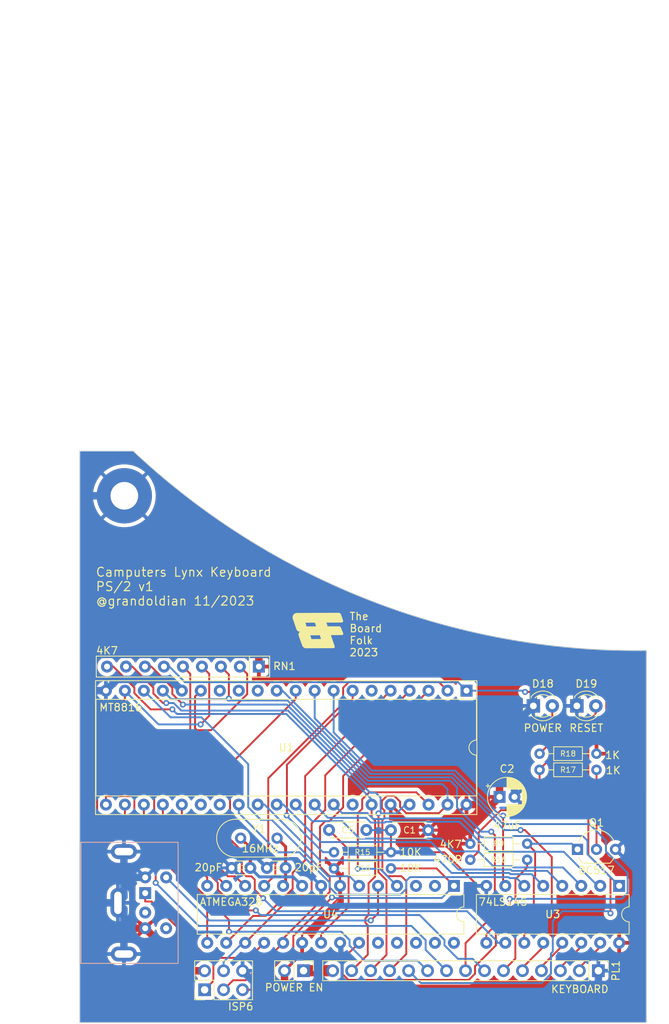
<source format=kicad_pcb>
(kicad_pcb (version 20221018) (generator pcbnew)
  (layers (0 "F.Cu" signal) (31 "B.Cu" signal) (34 "B.Paste" user) (35 "F.Paste" user) (36 "B.SilkS" user "B.Silkscreen") (37 "F.SilkS" user "F.Silkscreen") (38 "B.Mask" user) (39 "F.Mask" user) (44 "Edge.Cuts" user))
  (net 0 "")
  (net 1 "GND")
  (net 2 "+5V")
  (net 3 "Net-(D18-A)")
  (net 4 "Net-(D19-A)")
  (net 5 "Net-(J1-Pin_1)")
  (net 6 "Net-(U4-PB6)")
  (net 8 "PS2-CLK")
  (net 10 "/KBA0")
  (net 11 "/KBA1")
  (net 12 "/KBA2")
  (net 13 "/KBA3")
  (net 14 "!RST")
  (net 15 "ROW7")
  (net 16 "ROW6")
  (net 17 "ROW5")
  (net 18 "ROW4")
  (net 19 "ROW3")
  (net 20 "ROW2")
  (net 21 "ROW1")
  (net 22 "ROW0")
  (net 23 "Net-(Q1-B)")
  (net 24 "FLOAT")
  (net 25 "BREAK")
  (net 26 "AY2")
  (net 27 "Net-(U4-PB7)")
  (net 28 "Net-(U4-AREF)")
  (net 29 "AX0")
  (net 30 "COL14")
  (net 31 "COL6")
  (net 32 "COL7")
  (net 33 "COL8")
  (net 34 "COL9")
  (net 35 "COL10")
  (net 36 "COL11")
  (net 38 "ADMISO")
  (net 39 "AX1")
  (net 40 "AX2")
  (net 41 "AY0")
  (net 42 "AY1")
  (net 43 "COL13")
  (net 44 "COL12")
  (net 45 "COL5")
  (net 46 "COL4")
  (net 47 "COL3")
  (net 48 "COL2")
  (net 49 "COL1")
  (net 50 "COL0")
  (net 52 "ADSCK")
  (net 53 "ADMOSI")
  (net 54 "ADRESET")
  (net 55 "MTSTROBE")
  (net 56 "MTDATA")
  (net 57 "/AD0")
  (net 58 "/AD1")
  (net 59 "/AA1")
  (net 60 "/AA2")
  (net 61 "/AA3")
  (net 62 "/AA4")
  (net 63 "/AA5")
  (footprint "Capacitor_THT:C_Disc_D3.0mm_W1.6mm_P2.50mm" (layer "F.Cu") (at 62.66 102.3 180)
    (fp_text reference "C4" hide)
    (fp_text value "20pF")
  )
  (footprint "Resistor_THT:R_Axial_DIN0204_L3.6mm_D1.6mm_P7.62mm_Horizontal" (layer "F.Cu") (at 104.27 89.18 180)
    (fp_text reference "R17" hide)
    (fp_text value "1K")
  )
  (footprint "Connector_PinHeader_2.54mm:PinHeader_2x03_P2.54mm_Vertical" (layer "F.Cu") (at 51.82 118.6 90)
    (fp_text reference "J800" hide)
    (fp_text value "ISP6")
  )
  (footprint "Capacitor_THT:C_Disc_D4.3mm_W1.9mm_P5.00mm" (layer "F.Cu") (at 76.75 97.25)
    (fp_text reference "C1" hide)
    (fp_text value "47nF" hide)
  )
  (footprint "Resistor_THT:R_Axial_DIN0204_L3.6mm_D1.6mm_P7.62mm_Horizontal" (layer "F.Cu") (at 69.14 102.37)
    (fp_text reference "R10" hide)
    (fp_text value "10K")
  )
  (footprint "MountingHole:MountingHole_3.7mm_Pad" (layer "F.Cu") (at 41.075 52.525)
    (fp_text reference "H1" hide)
    (fp_text value "Hole" hide)
  )
  (footprint "LED_THT:LED_D3.0mm" (layer "F.Cu") (at 95.815 80.63)
    (fp_text reference "D18")
    (fp_text value "POWER")
  )
  (footprint "Package_TO_SOT_THT:TO-92_Inline_Wide" (layer "F.Cu") (at 101.727 99.822)
    (fp_text reference "Q1")
    (fp_text value "BC517")
  )
  (footprint "Resistor_THT:R_Axial_DIN0204_L3.6mm_D1.6mm_P7.62mm_Horizontal" (layer "F.Cu") (at 94.994 99.064 180)
    (fp_text reference "R9" hide)
    (fp_text value "4K7")
  )
  (footprint "LED_THT:LED_D3.0mm" (layer "F.Cu") (at 101.64 80.63)
    (fp_text reference "D19")
    (fp_text value "RESET")
  )
  (footprint "Connector_PinHeader_2.54mm:PinHeader_1x02_P2.54mm_Vertical" (layer "F.Cu") (at 65.055 116.05 -90)
    (fp_text reference "J1" hide)
    (fp_text value "POWER EN")
  )
  (footprint "Resistor_THT:R_Axial_DIN0204_L3.6mm_D1.6mm_P7.62mm_Horizontal" (layer "F.Cu") (at 69.14 100.2)
    (fp_text reference "R15" hide)
    (fp_text value "10K")
  )
  (footprint "Resistor_THT:R_Axial_DIN0204_L3.6mm_D1.6mm_P7.62mm_Horizontal" (layer "F.Cu") (at 87.374 101.214)
    (fp_text reference "R16" hide)
    (fp_text value "470R")
  )
  (footprint "Resistor_THT:R_Array_SIP9" (layer "F.Cu") (at 59.08 75.37 180)
    (fp_text reference "RN1")
    (fp_text value "4K7")
  )
  (footprint "Capacitor_THT:CP_Radial_D5.0mm_P2.00mm" (layer "F.Cu") (at 91.29 92.8)
    (fp_text reference "C2")
    (fp_text value "47uF")
  )
  (footprint "Package_DIP:DIP-16_W7.62mm" (layer "F.Cu") (at 107.305 104.7 -90)
    (fp_text reference "U3" hide)
    (fp_text value "74LS145")
  )
  (footprint "Package_DIP:DIP-28_W7.62mm" (layer "F.Cu") (at 85.19 104.7 -90)
    (fp_text reference "U4" hide)
    (fp_text value "ATMEGA328")
  )
  (footprint "Arduino:BF8" (layer "F.Cu") (at 67.053 70.614)
    (fp_text reference "G1" hide)
    (fp_text value "Board Folk Logo" hide)
  )
  (footprint "Capacitor_THT:C_Disc_D4.3mm_W1.9mm_P5.00mm" (layer "F.Cu") (at 68.47 97.23)
    (fp_text reference "C5" hide)
    (fp_text value "100nF" hide)
  )
  (footprint "Connector_PinHeader_2.54mm:PinHeader_1x15_P2.54mm_Vertical" (layer "F.Cu") (at 104.521 116.05 -90)
    (fp_text reference "PL1")
    (fp_text value "KEYBOARD")
  )
  (footprint "Capacitor_THT:C_Disc_D3.0mm_W1.6mm_P2.50mm" (layer "F.Cu") (at 57.94 102.3 180)
    (fp_text reference "C3" hide)
    (fp_text value "20pF")
  )
  (footprint "Crystal:Crystal_HC49-U_Vertical" (layer "F.Cu") (at 56.64 98.32)
    (fp_text reference "Y1" hide)
    (fp_text value "16MHz")
  )
  (footprint "Resistor_THT:R_Axial_DIN0204_L3.6mm_D1.6mm_P7.62mm_Horizontal" (layer "F.Cu") (at 96.65 87.02)
    (fp_text reference "R18" hide)
    (fp_text value "1K")
  )
  (footprint "Package_DIP:DIP-40_W15.24mm_Socket" (layer "F.Cu") (at 86.87 78.59 -90)
    (fp_text reference "U1" hide)
    (fp_text value "MT8816")
  )
  (footprint "Arduino:Connector_Mini-DIN_Female_6Pin_2rows" (layer "B.Cu") (at 43.87 105.67 90)
    (fp_text reference "J3" hide)
    (fp_text value "PS/2" hide)
  )
  (gr_line (start 35.1028 122.9868) (end 110.9472 122.9868) (stroke (width 0.1)) (layer "Edge.Cuts"))
  (gr_line (start 35.1028 46.530591) (end 35.1028 122.9868) (stroke (width 0.1)) (layer "Edge.Cuts"))
  (gr_arc (start 110.95 73.215422) (mid 74.02088 66.531526) (end 42.265637 46.530552) (stroke (width 0.1)) (layer "Edge.Cuts"))
  (gr_line (start 42.2656 46.530591) (end 35.1028 46.530591) (stroke (width 0.1)) (layer "Edge.Cuts"))
  (gr_line (start 110.9472 122.9868) (end 110.95 73.215422) (stroke (width 0.1)) (layer "Edge.Cuts"))
  (gr_text "Camputers Lynx Keyboard\nPS/2 v1\n@grandoldian 11/2023" (at 37.18 67.3) (layer "F.SilkS") (effects (font (size 1.2 1.2)) (justify left bottom)))
  (gr_text "The\nBoard\nFolk\n2023" (at 71.13 74.07) (layer "F.SilkS") (effects (font (size 1 1)) (justify left bottom)))
  (segment (start 83.8999 100.2) (end 88.3999 104.7) (width 0.25) (layer "F.Cu") (net 1))
  (segment (start 76.76 100.2) (end 83.8999 100.2) (width 0.25) (layer "F.Cu") (net 1))
  (segment (start 76.76 97.26) (end 76.76 100.2) (width 0.25) (layer "F.Cu") (net 1))
  (segment (start 76.75 97.25) (end 76.76 97.26) (width 0.25) (layer "F.Cu") (net 1))
  (segment (start 89.525 104.7) (end 88.3999 104.7) (width 0.25) (layer "F.Cu") (net 1))
  (segment (start 35.7528 73.73) (end 35.6028 73.88) (width 1) (layer "B.Cu") (net 1))
  (segment (start 101.64 80.63) (end 101.64 73.7754) (width 1) (layer "B.Cu") (net 1))
  (segment (start 67.41 106.24) (end 68.74 107.57) (width 0.4) (layer "B.Cu") (net 1))
  (segment (start 67.41 104.7) (end 67.41 106.24) (width 0.4) (layer "B.Cu") (net 1))
  (segment (start 40.22 106.97) (end 35.6028 106.97) (width 1) (layer "B.Cu") (net 1))
  (segment (start 93.29 83.155) (end 95.815 80.63) (width 1) (layer "B.Cu") (net 1))
  (segment (start 76.75 97.25) (end 73.49 97.25) (width 0.25) (layer "B.Cu") (net 1))
  (segment (start 63.81 101.1) (end 67.41 104.7) (width 0.4) (layer "B.Cu") (net 1))
  (segment (start 35.6028 78.3572) (end 35.8356 78.59) (width 1) (layer "B.Cu") (net 1))
  (segment (start 41.02 107.77) (end 40.22 106.97) (width 1) (layer "B.Cu") (net 1))
  (segment (start 35.6028 78.3572) (end 35.6028 106.97) (width 1) (layer "B.Cu") (net 1))
  (segment (start 35.6028 106.97) (end 35.6028 122.2728) (width 1) (layer "B.Cu") (net 1))
  (segment (start 41.02 106.17) (end 40.22 106.97) (width 1) (layer "B.Cu") (net 1))
  (segment (start 89.55 107.57) (end 89.525 107.545) (width 0.4) (layer "B.Cu") (net 1))
  (segment (start 40.11 77.09) (end 38.61 78.59) (width 1) (layer "B.Cu") (net 1))
  (segment (start 35.8356 78.59) (end 38.61 78.59) (width 1) (layer "B.Cu") (net 1))
  (segment (start 58.96 101.1) (end 60.16 102.3) (width 0.4) (layer "B.Cu") (net 1))
  (segment (start 35.6028 73.88) (end 35.6028 74.64) (width 1) (layer "B.Cu") (net 1))
  (segment (start 70.211 112.581) (end 70.211 122.358) (width 0.4) (layer "B.Cu") (net 1))
  (segment (start 47.27 77.09) (end 40.11 77.09) (width 1) (layer "B.Cu") (net 1))
  (segment (start 45.14 102.3) (end 43.87 103.57) (width 0.4) (layer "B.Cu") (net 1))
  (segment (start 35.6028 74.64) (end 35.6028 78.3572) (width 1) (layer "B.Cu") (net 1))
  (segment (start 61.36 101.1) (end 63.81 101.1) (width 0.4) (layer "B.Cu") (net 1))
  (segment (start 89.55 107.57) (end 110.448 107.57) (width 0.4) (layer "B.Cu") (net 1))
  (segment (start 48.77 78.59) (end 47.27 77.09) (width 1) (layer "B.Cu") (net 1))
  (segment (start 95.815 80.63) (end 95.815 73.8204) (width 1) (layer "B.Cu") (net 1))
  (segment (start 101.68 73.7354) (end 95.9 73.7354) (width 1) (layer "B.Cu") (net 1))
  (segment (start 43.87 103.57) (end 41.09 103.57) (width 1) (layer "B.Cu") (net 1))
  (segment (start 56.9 116.06) (end 58.45 117.61) (width 1) (layer "B.Cu") (net 1))
  (segment (start 41.075 52.525) (end 35.7278 52.525) (width 1) (layer "B.Cu") (net 1))
  (segment (start 108.5046 73.7354) (end 101.68 73.7354) (width 1) (layer "B.Cu") (net 1))
  (segment (start 35.7582 73.7354) (end 35.7528 73.73) (width 1) (layer "B.Cu") (net 1))
  (segment (start 89.525 107.545) (end 89.525 104.7) (width 0.4) (layer "B.Cu") (net 1))
  (segment (start 35.6028 106.97) (end 35.6028 107.22) (width 1) (layer "B.Cu") (net 1))
  (segment (start 56.64 101.1) (end 58.96 101.1) (width 0.4) (layer "B.Cu") (net 1))
  (segment (start 60.16 102.3) (end 61.36 101.1) (width 0.4) (layer "B.Cu") (net 1))
  (segment (start 41.09 103.57) (end 41.02 103.5) (width 1) (layer "B.Cu") (net 1))
  (segment (start 55.44 102.3) (end 45.14 102.3) (width 0.4) (layer "B.Cu") (net 1))
  (segment (start 41.02 113.82) (end 41.02 107.77) (width 1) (layer "B.Cu") (net 1))
  (segment (start 41.02 103.5) (end 41.02 106.17) (width 1) (layer "B.Cu") (net 1))
  (segment (start 55.44 102.3) (end 56.64 101.1) (width 0.4) (layer "B.Cu") (net 1))
  (segment (start 41.02 100.12) (end 41.02 103.5) (width 1) (layer "B.Cu") (net 1))
  (segment (start 93.29 92.8) (end 93.29 83.155) (width 1) (layer "B.Cu") (net 1))
  (segment (start 104.521 116.05) (end 104.521 122.438) (width 1) (layer "B.Cu") (net 1))
  (segment (start 69.95 112.32) (end 70.211 112.581) (width 0.4) (layer "B.Cu") (net 1))
  (segment (start 35.6028 52.65) (end 35.6028 73.88) (width 1) (layer "B.Cu") (net 1))
  (segment (start 35.6028 73.88) (end 35.6028 74.64) (width 1) (layer "B.Cu") (net 1))
  (segment (start 101.64 73.7754) (end 101.68 73.7354) (width 1) (layer "B.Cu") (net 1))
  (segment (start 95.9 73.7354) (end 35.7582 73.7354) (width 1) (layer "B.Cu") (net 1))
  (segment (start 58.45 117.61) (end 58.45 121.54) (width 1) (layer "B.Cu") (net 1))
  (segment (start 73.49 97.25) (end 73.47 97.23) (width 0.25) (layer "B.Cu") (net 1))
  (segment (start 95.815 73.8204) (end 95.9 73.7354) (width 1) (layer "B.Cu") (net 1))
  (segment (start 35.7278 52.525) (end 35.6028 52.65) (width 1) (layer "B.Cu") (net 1))
  (segment (start 68.74 107.57) (end 89.55 107.57) (width 0.4) (layer "B.Cu") (net 1))
  (segment (start 84.5 96.2) (end 86.87 93.83) (width 0.4) (layer "F.Cu") (net 2))
  (segment (start 59.08 73.7262) (end 35.6028 73.7262) (width 1) (layer "F.Cu") (net 2))
  (segment (start 80.13 97.25) (end 76.71 93.83) (width 0.4) (layer "F.Cu") (net 2))
  (segment (start 90.26 93.83) (end 91.29 92.8) (width 1) (layer "F.Cu") (net 2))
  (segment (start 81.75 97.25) (end 80.13 97.25) (width 0.4) (layer "F.Cu") (net 2))
  (segment (start 35.6028 110.35) (end 35.6028 122.3028) (width 1) (layer "F.Cu") (net 2))
  (segment (start 91.29 92.8) (end 91.29 73.7262) (width 1) (layer "F.Cu") (net 2))
  (segment (start 51.82 116.06) (end 49.56 116.06) (width 1) (layer "F.Cu") (net 2))
  (segment (start 108.0262 73.7262) (end 91.29 73.7262) (width 1) (layer "F.Cu") (net 2))
  (segment (start 43.87 110.37) (end 35.6228 110.37) (width 1) (layer "F.Cu") (net 2))
  (segment (start 84.51 96.2) (end 84.5 96.2) (width 0.4) (layer "F.Cu") (net 2))
  (segment (start 83.45 97.25) (end 84.5 96.2) (width 0.4) (layer "F.Cu") (net 2))
  (segment (start 64.87 112.32) (end 64.87 111.1949) (width 0.25) (layer "F.Cu") (net 2))
  (segment (start 69.95 106.1789) (end 69.95 104.7) (width 0.25) (layer "F.Cu") (net 2))
  (segment (start 64.87 113.695) (end 62.515 116.05) (width 0.4) (layer "F.Cu") (net 2))
  (segment (start 35.6228 110.37) (end 35.6028 110.35) (width 1) (layer "F.Cu") (net 2))
  (segment (start 69.95 103.5749) (end 69.14 102.7649) (width 0.25) (layer "F.Cu") (net 2))
  (segment (start 62.515 121.685) (end 62.515 116.05) (width 1) (layer "F.Cu") (net 2))
  (segment (start 64.87 111.1949) (end 64.934 111.1949) (width 0.25) (layer "F.Cu") (net 2))
  (segment (start 64.87 112.32) (end 64.87 113.695) (width 0.4) (layer "F.Cu") (net 2))
  (segment (start 49.56 116.06) (end 43.87 110.37) (width 1) (layer "F.Cu") (net 2))
  (segment (start 59.08 75.37) (end 59.08 73.7262) (width 1) (layer "F.Cu") (net 2))
  (segment (start 87.374 99.064) (end 84.51 96.2) (width 0.4) (layer "F.Cu") (net 2))
  (segment (start 86.87 93.83) (end 90.26 93.83) (width 1) (layer "F.Cu") (net 2))
  (segment (start 81.75 97.25) (end 83.45 97.25) (width 0.4) (layer "F.Cu") (net 2))
  (segment (start 69.95 104.7) (end 69.95 103.5749) (width 0.25) (layer "F.Cu") (net 2))
  (segment (start 64.934 111.1949) (end 69.95 106.1789) (width 0.25) (layer "F.Cu") (net 2))
  (segment (start 69.14 102.7649) (end 69.14 102.37) (width 0.25) (layer "F.Cu") (net 2))
  (segment (start 35.6028 73.7262) (end 35.6028 110.35) (width 1) (layer "F.Cu") (net 2))
  (segment (start 91.29 73.7262) (end 59.08 73.7262) (width 1) (layer "F.Cu") (net 2))
  (segment (start 98.355 80.63) (end 98.355 85.315) (width 0.25) (layer "F.Cu") (net 3))
  (segment (start 98.355 85.315) (end 96.65 87.02) (width 0.25) (layer "F.Cu") (net 3))
  (segment (start 91.47 94.5845) (end 88.4987 97.5558) (width 0.25) (layer "F.Cu") (net 4))
  (segment (start 104.18 80.63) (end 104.18 81.59) (width 0.25) (layer "F.Cu") (net 4))
  (segment (start 93.1001 94.5845) (end 91.47 94.5845) (width 0.25) (layer "F.Cu") (net 4))
  (segment (start 96.65 91.0346) (end 93.1001 94.5845) (width 0.25) (layer "F.Cu") (net 4))
  (segment (start 96.65 89.18) (end 96.65 91.0346) (width 0.25) (layer "F.Cu") (net 4))
  (segment (start 88.4987 100.0893) (end 87.374 101.214) (width 0.25) (layer "F.Cu") (net 4))
  (segment (start 104.18 81.59) (end 96.65 89.12) (width 0.25) (layer "F.Cu") (net 4))
  (segment (start 88.4987 97.5558) (end 88.4987 100.0893) (width 0.25) (layer "F.Cu") (net 4))
  (segment (start 96.65 89.12) (end 96.65 89.18) (width 0.25) (layer "F.Cu") (net 4))
  (segment (start 68.961 116.05) (end 65.055 116.05) (width 1.5) (layer "F.Cu") (net 5))
  (segment (start 57.94 99.62) (end 56.64 98.32) (width 0.4) (layer "F.Cu") (net 6))
  (segment (start 57.94 102.3) (end 57.94 99.62) (width 0.4) (layer "F.Cu") (net 6))
  (segment (start 63.67 103.5) (end 64.87 104.7) (width 0.4) (layer "B.Cu") (net 6))
  (segment (start 57.94 102.3) (end 59.14 103.5) (width 0.4) (layer "B.Cu") (net 6))
  (segment (start 59.14 103.5) (end 63.67 103.5) (width 0.4) (layer "B.Cu") (net 6))
  (segment (start 74.0621 109.3324) (end 75.03 108.3645) (width 0.25) (layer "F.Cu") (net 8))
  (segment (start 75.03 108.3645) (end 75.03 104.7) (width 0.25) (layer "F.Cu") (net 8))
  (via (at 74.0621 109.3324) (size 0.8) (drill 0.4) (layers "F.Cu" "B.Cu") (net 8))
  (segment (start 46.67 103.57) (end 52.4324 109.3324) (width 0.25) (layer "B.Cu") (net 8))
  (segment (start 52.4324 109.3324) (end 74.0621 109.3324) (width 0.25) (layer "B.Cu") (net 8))
  (segment (start 101.981 116.05) (end 101.981 115.639) (width 0.25) (layer "F.Cu") (net 10))
  (segment (start 104.765 112.855) (end 104.765 112.32) (width 0.25) (layer "F.Cu") (net 10))
  (segment (start 101.981 115.639) (end 104.765 112.855) (width 0.25) (layer "F.Cu") (net 10))
  (segment (start 99.441 115.609) (end 102.225 112.825) (width 0.25) (layer "F.Cu") (net 11))
  (segment (start 99.441 116.05) (end 99.441 115.609) (width 0.25) (layer "F.Cu") (net 11))
  (segment (start 102.225 112.825) (end 102.225 112.32) (width 0.25) (layer "F.Cu") (net 11))
  (segment (start 99.685 112.725) (end 99.685 112.32) (width 0.25) (layer "F.Cu") (net 12))
  (segment (start 96.901 115.509) (end 99.685 112.725) (width 0.25) (layer "F.Cu") (net 12))
  (segment (start 96.901 116.05) (end 96.901 115.509) (width 0.25) (layer "F.Cu") (net 12))
  (segment (start 94.361 115.649) (end 97.145 112.865) (width 0.25) (layer "F.Cu") (net 13))
  (segment (start 97.145 112.865) (end 97.145 112.32) (width 0.25) (layer "F.Cu") (net 13))
  (segment (start 94.361 116.05) (end 94.361 115.649) (width 0.25) (layer "F.Cu") (net 13))
  (segment (start 95.875 108.7287) (end 95.875 103.5748) (width 0.25) (layer "F.Cu") (net 14))
  (segment (start 96.0578 100.1278) (end 94.994 99.064) (width 0.25) (layer "F.Cu") (net 14))
  (segment (start 91.821 116.019) (end 93.4089 114.4311) (width 0.25) (layer "F.Cu") (net 14))
  (segment (start 96.0578 103.392) (end 96.0578 100.1278) (width 0.25) (layer "F.Cu") (net 14))
  (segment (start 93.4089 111.1948) (end 95.875 108.7287) (width 0.25) (layer "F.Cu") (net 14))
  (segment (start 95.875 103.5748) (end 96.0578 103.392) (width 0.25) (layer "F.Cu") (net 14))
  (segment (start 93.4089 114.4311) (end 93.4089 111.1948) (width 0.25) (layer "F.Cu") (net 14))
  (segment (start 91.821 116.05) (end 91.821 116.019) (width 0.25) (layer "F.Cu") (net 14))
  (segment (start 94.994 99.064) (end 100.969 99.064) (width 0.25) (layer "B.Cu") (net 14))
  (segment (start 100.969 99.064) (end 101.727 99.822) (width 0.25) (layer "B.Cu") (net 14))
  (segment (start 50.7861 83.8778) (end 52.6942 83.8778) (width 0.25) (layer "F.Cu") (net 15))
  (segment (start 45.0722 92.3798) (end 50.7861 86.6659) (width 0.25) (layer "F.Cu") (net 15))
  (segment (start 57.5199 76.3499) (end 56.54 75.37) (width 0.25) (layer "F.Cu") (net 15))
  (segment (start 50.7861 86.6659) (end 50.7861 83.8778) (width 0.25) (layer "F.Cu") (net 15))
  (segment (start 50.5371 79.3629) (end 51.31 78.59) (width 0.25) (layer "F.Cu") (net 15))
  (segment (start 58.6711 107.9878) (end 56.3488 107.9878) (width 0.25) (layer "F.Cu") (net 15))
  (segment (start 53.5848 105.2238) (end 53.5848 104.2748) (width 0.25) (layer "F.Cu") (net 15))
  (segment (start 56.3488 107.9878) (end 53.5848 105.2238) (width 0.25) (layer "F.Cu") (net 15))
  (segment (start 57.5199 79.0521) (end 57.5199 76.3499) (width 0.25) (layer "F.Cu") (net 15))
  (segment (start 45.0722 95.7622) (end 45.0722 92.3798) (width 0.25) (layer "F.Cu") (net 15))
  (segment (start 50.5371 83.6288) (end 50.5371 79.3629) (width 0.25) (layer "F.Cu") (net 15))
  (segment (start 52.6942 83.8778) (end 57.5199 79.0521) (width 0.25) (layer "F.Cu") (net 15))
  (segment (start 50.7861 83.8778) (end 50.5371 83.6288) (width 0.25) (layer "F.Cu") (net 15))
  (segment (start 53.5848 104.2748) (end 45.0722 95.7622) (width 0.25) (layer "F.Cu") (net 15))
  (via (at 58.6711 107.9878) (size 0.8) (drill 0.4) (layers "F.Cu" "B.Cu") (net 15))
  (segment (start 85.7276 114.46) (end 83.92 112.6524) (width 0.25) (layer "B.Cu") (net 15))
  (segment (start 83.92 112.6524) (end 83.92 111.9236) (width 0.25) (layer "B.Cu") (net 15))
  (segment (start 80.6037 108.6073) (end 59.2906 108.6073) (width 0.25) (layer "B.Cu") (net 15))
  (segment (start 87.69 114.46) (end 85.7276 114.46) (width 0.25) (layer "B.Cu") (net 15))
  (segment (start 83.92 111.9236) (end 80.6037 108.6073) (width 0.25) (layer "B.Cu") (net 15))
  (segment (start 59.2906 108.6073) (end 58.6711 107.9878) (width 0.25) (layer "B.Cu") (net 15))
  (segment (start 89.281 116.05) (end 89.28 116.05) (width 0.25) (layer "B.Cu") (net 15))
  (segment (start 89.28 116.05) (end 87.69 114.46) (width 0.25) (layer "B.Cu") (net 15))
  (segment (start 90.1865 97.453) (end 90.6573 97.9238) (width 0.25) (layer "F.Cu") (net 16))
  (segment (start 55.0643 76.4343) (end 55.0643 79.6475) (width 0.25) (layer "F.Cu") (net 16))
  (segment (start 90.6573 108.444) (end 86.741 112.3603) (width 0.25) (layer "F.Cu") (net 16))
  (segment (start 90.6573 97.9238) (end 90.6573 108.444) (width 0.25) (layer "F.Cu") (net 16))
  (segment (start 54 75.37) (end 55.0643 76.4343) (width 0.25) (layer "F.Cu") (net 16))
  (segment (start 86.741 112.3603) (end 86.741 116.05) (width 0.25) (layer "F.Cu") (net 16))
  (via (at 55.0643 79.6475) (size 0.8) (drill 0.4) (layers "F.Cu" "B.Cu") (net 16))
  (via (at 90.1865 97.453) (size 0.8) (drill 0.4) (layers "F.Cu" "B.Cu") (net 16))
  (segment (start 73.6383 90.6349) (end 84.703904 90.6349) (width 0.25) (layer "B.Cu") (net 16))
  (segment (start 88.8484 97.453) (end 90.1865 97.453) (width 0.25) (layer "B.Cu") (net 16))
  (segment (start 62.9051 79.9017) (end 73.6383 90.6349) (width 0.25) (layer "B.Cu") (net 16))
  (segment (start 55.3185 79.9017) (end 62.9051 79.9017) (width 0.25) (layer "B.Cu") (net 16))
  (segment (start 85.6 91.530996) (end 85.6 94.2046) (width 0.25) (layer "B.Cu") (net 16))
  (segment (start 46.23 78.59) (end 47.3647 79.7247) (width 0.25) (layer "B.Cu") (net 16))
  (segment (start 85.6 94.2046) (end 88.8484 97.453) (width 0.25) (layer "B.Cu") (net 16))
  (segment (start 84.703904 90.6349) (end 85.6 91.530996) (width 0.25) (layer "B.Cu") (net 16))
  (segment (start 54.9871 79.7247) (end 55.0643 79.6475) (width 0.25) (layer "B.Cu") (net 16))
  (segment (start 47.3647 79.7247) (end 54.9871 79.7247) (width 0.25) (layer "B.Cu") (net 16))
  (segment (start 55.0643 79.6475) (end 55.3185 79.9017) (width 0.25) (layer "B.Cu") (net 16))
  (segment (start 38.43 96.33) (end 40.34 96.33) (width 0.25) (layer "F.Cu") (net 17))
  (segment (start 37.4402 83.4249) (end 37.4402 95.3402) (width 0.25) (layer "F.Cu") (net 17))
  (segment (start 52.4399 76.3499) (end 51.46 75.37) (width 0.25) (layer "F.Cu") (net 17))
  (segment (start 37.4402 95.3402) (end 38.43 96.33) (width 0.25) (layer "F.Cu") (net 17))
  (segment (start 41.15 79.7151) (end 37.4402 83.4249) (width 0.25) (layer "F.Cu") (net 17))
  (segment (start 45.2701 101.2601) (end 45.2701 104.295) (width 0.25) (layer "F.Cu") (net 17))
  (segment (start 52.4399 81.9535) (end 52.4399 76.3499) (width 0.25) (layer "F.Cu") (net 17))
  (segment (start 40.34 96.33) (end 45.2701 101.2601) (width 0.25) (layer "F.Cu") (net 17))
  (segment (start 41.15 78.59) (end 41.15 79.7151) (width 0.25) (layer "F.Cu") (net 17))
  (segment (start 51.2861 83.1073) (end 52.4399 81.9535) (width 0.25) (layer "F.Cu") (net 17))
  (via (at 45.2701 104.295) (size 0.8) (drill 0.4) (layers "F.Cu" "B.Cu") (net 17))
  (via (at 51.2861 83.1073) (size 0.8) (drill 0.4) (layers "F.Cu" "B.Cu") (net 17))
  (segment (start 81.4001 111.9652) (end 81.4001 113.2491) (width 0.25) (layer "B.Cu") (net 17))
  (segment (start 45.2701 104.295) (end 51.0326 110.0575) (width 0.25) (layer "B.Cu") (net 17))
  (segment (start 45.6473 83.1073) (end 51.2861 83.1073) (width 0.25) (layer "B.Cu") (net 17))
  (segment (start 41.15 78.61) (end 45.6473 83.1073) (width 0.25) (layer "B.Cu") (net 17))
  (segment (start 51.0326 110.0575) (end 79.4924 110.0575) (width 0.25) (layer "B.Cu") (net 17))
  (segment (start 79.4924 110.0575) (end 81.4001 111.9652) (width 0.25) (layer "B.Cu") (net 17))
  (segment (start 81.4001 113.2491) (end 84.201 116.05) (width 0.25) (layer "B.Cu") (net 17))
  (segment (start 41.15 78.59) (end 41.15 78.61) (width 0.25) (layer "B.Cu") (net 17))
  (segment (start 48.92 75.37) (end 49.8999 76.3499) (width 0.25) (layer "F.Cu") (net 18))
  (segment (start 42.42 92.7049) (end 38.61 92.7049) (width 0.25) (layer "F.Cu") (net 18))
  (segment (start 55.0858 109.2588) (end 55.0858 110.8302) (width 0.25) (layer "F.Cu") (net 18))
  (segment (start 49.8999 76.3499) (end 49.8999 85.225) (width 0.25) (layer "F.Cu") (net 18))
  (segment (start 49.8999 85.225) (end 42.42 92.7049) (width 0.25) (layer "F.Cu") (net 18))
  (segment (start 38.61 93.83) (end 38.61 92.7049) (width 0.25) (layer "F.Cu") (net 18))
  (segment (start 42.42 96.593) (end 55.0858 109.2588) (width 0.25) (layer "F.Cu") (net 18))
  (segment (start 42.42 92.7049) (end 42.42 96.593) (width 0.25) (layer "F.Cu") (net 18))
  (via (at 55.0858 110.8302) (size 0.8) (drill 0.4) (layers "F.Cu" "B.Cu") (net 18))
  (segment (start 71.22 112.6936) (end 73.2442 114.7178) (width 0.25) (layer "B.Cu") (net 18))
  (segment (start 55.0858 110.8302) (end 70.1084 110.8302) (width 0.25) (layer "B.Cu") (net 18))
  (segment (start 70.1084 110.8302) (end 71.22 111.9418) (width 0.25) (layer "B.Cu") (net 18))
  (segment (start 71.22 111.9418) (end 71.22 112.6936) (width 0.25) (layer "B.Cu") (net 18))
  (segment (start 73.2442 114.7178) (end 80.3288 114.7178) (width 0.25) (layer "B.Cu") (net 18))
  (segment (start 80.3288 114.7178) (end 81.661 116.05) (width 0.25) (layer "B.Cu") (net 18))
  (segment (start 105.58 79.87) (end 104.4675 78.7575) (width 0.25) (layer "F.Cu") (net 19))
  (segment (start 103.1789 84.0211) (end 105.58 81.62) (width 0.25) (layer "F.Cu") (net 19))
  (segment (start 103.1789 100.5789) (end 103.1789 84.0211) (width 0.25) (layer "F.Cu") (net 19))
  (segment (start 104.4675 78.7575) (end 94.7062 78.7575) (width 0.25) (layer "F.Cu") (net 19))
  (segment (start 106.139 108.3695) (end 106.139 103.539) (width 0.25) (layer "F.Cu") (net 19))
  (segment (start 105.58 81.62) (end 105.58 79.87) (width 0.25) (layer "F.Cu") (net 19))
  (segment (start 106.139 103.539) (end 103.1789 100.5789) (width 0.25) (layer "F.Cu") (net 19))
  (via (at 106.139 108.3695) (size 0.8) (drill 0.4) (layers "F.Cu" "B.Cu") (net 19))
  (via (at 94.7062 78.7575) (size 0.8) (drill 0.4) (layers "F.Cu" "B.Cu") (net 19))
  (segment (start 80.7743 117.7033) (end 79.121 116.05) (width 0.25) (layer "B.Cu") (net 19))
  (segment (start 49.1949 77.4649) (end 47.1 75.37) (width 0.25) (layer "B.Cu") (net 19))
  (segment (start 85.7449 77.4649) (end 49.1949 77.4649) (width 0.25) (layer "B.Cu") (net 19))
  (segment (start 106.139 108.3695) (end 105.8645 108.095) (width 0.25) (layer "B.Cu") (net 19))
  (segment (start 99.715 108.095) (end 98.415 109.395) (width 0.25) (layer "B.Cu") (net 19))
  (segment (start 94.5387 78.59) (end 86.87 78.59) (width 0.25) (layer "B.Cu") (net 19))
  (segment (start 98.415 113.511) (end 98.171 113.755) (width 0.25) (layer "B.Cu") (net 19))
  (segment (start 98.415 109.395) (end 98.415 113.511) (width 0.25) (layer "B.Cu") (net 19))
  (segment (start 94.7062 78.7575) (end 94.5387 78.59) (width 0.25) (layer "B.Cu") (net 19))
  (segment (start 98.171 113.755) (end 98.171 116.4661) (width 0.25) (layer "B.Cu") (net 19))
  (segment (start 86.87 78.59) (end 85.7449 77.4649) (width 0.25) (layer "B.Cu") (net 19))
  (segment (start 47.1 75.37) (end 46.38 75.37) (width 0.25) (layer "B.Cu") (net 19))
  (segment (start 105.8645 108.095) (end 99.715 108.095) (width 0.25) (layer "B.Cu") (net 19))
  (segment (start 96.9338 117.7033) (end 80.7743 117.7033) (width 0.25) (layer "B.Cu") (net 19))
  (segment (start 98.171 116.4661) (end 96.9338 117.7033) (width 0.25) (layer "B.Cu") (net 19))
  (segment (start 75.8789 95.6573) (end 75.8789 94.6161) (width 0.25) (layer "F.Cu") (net 20))
  (segment (start 44.6832 75.37) (end 47.5 78.1868) (width 0.25) (layer "F.Cu") (net 20))
  (segment (start 75.8789 94.6161) (end 75.5429 94.2801) (width 0.25) (layer "F.Cu") (net 20))
  (segment (start 78.1596 103.4096) (end 76.3142 103.4096) (width 0.25) (layer "F.Cu") (net 20))
  (segment (start 78.803 94.9783) (end 83.1817 94.9783) (width 0.25) (layer "F.Cu") (net 20))
  (segment (start 43.84 75.37) (end 44.6832 75.37) (width 0.25) (layer "F.Cu") (net 20))
  (segment (start 77.2267 92.6768) (end 77.98 93.4301) (width 0.25) (layer "F.Cu") (net 20))
  (segment (start 75.6108 95.9254) (end 75.8789 95.6573) (width 0.25) (layer "F.Cu") (net 20))
  (segment (start 76.581 116.05) (end 78.81 113.821) (width 0.25) (layer "F.Cu") (net 20))
  (segment (start 77.98 93.4301) (end 77.98 94.1553) (width 0.25) (layer "F.Cu") (net 20))
  (segment (start 76.2019 92.6768) (end 77.2267 92.6768) (width 0.25) (layer "F.Cu") (net 20))
  (segment (start 78.81 113.821) (end 78.81 104.06) (width 0.25) (layer "F.Cu") (net 20))
  (segment (start 75.5429 93.3358) (end 76.2019 92.6768) (width 0.25) (layer "F.Cu") (net 20))
  (segment (start 75.6108 102.7062) (end 75.6108 95.9254) (width 0.25) (layer "F.Cu") (net 20))
  (segment (start 47.5 79.0384) (end 48.9114 80.4498) (width 0.25) (layer "F.Cu") (net 20))
  (segment (start 47.5 78.1868) (end 47.5 79.0384) (width 0.25) (layer "F.Cu") (net 20))
  (segment (start 76.3142 103.4096) (end 75.6108 102.7062) (width 0.25) (layer "F.Cu") (net 20))
  (segment (start 75.5429 94.2801) (end 75.5429 93.3358) (width 0.25) (layer "F.Cu") (net 20))
  (segment (start 83.1817 94.9783) (end 84.33 93.83) (width 0.25) (layer "F.Cu") (net 20))
  (segment (start 78.81 104.06) (end 78.1596 103.4096) (width 0.25) (layer "F.Cu") (net 20))
  (segment (start 77.98 94.1553) (end 78.803 94.9783) (width 0.25) (layer "F.Cu") (net 20))
  (via (at 48.9114 80.4498) (size 0.8) (drill 0.4) (layers "F.Cu" "B.Cu") (net 20))
  (segment (start 73.4517 91.0849) (end 62.8166 80.4498) (width 0.25) (layer "B.Cu") (net 20))
  (segment (start 83.6349 91.0849) (end 73.4517 91.0849) (width 0.25) (layer "B.Cu") (net 20))
  (segment (start 62.8166 80.4498) (end 48.9114 80.4498) (width 0.25) (layer "B.Cu") (net 20))
  (segment (start 84.33 91.78) (end 83.6349 91.0849) (width 0.25) (layer "B.Cu") (net 20))
  (segment (start 84.33 93.83) (end 84.33 91.78) (width 0.25) (layer "B.Cu") (net 20))
  (segment (start 44.96 78.1868) (end 44.96 78.9648) (width 0.25) (layer "F.Cu") (net 21))
  (segment (start 41.3 75.37) (end 42.1432 75.37) (width 0.25) (layer "F.Cu") (net 21))
  (segment (start 75.0896 102.8789) (end 75.0896 95.0058) (width 0.25) (layer "F.Cu") (net 21))
  (segment (start 76.1601 113.9309) (end 76.1601 103.9494) (width 0.25) (layer "F.Cu") (net 21))
  (segment (start 46.2398 80.2446) (end 46.686 80.2446) (width 0.25) (layer "F.Cu") (net 21))
  (segment (start 76.1601 103.9494) (end 75.0896 102.8789) (width 0.25) (layer "F.Cu") (net 21))
  (segment (start 42.1432 75.37) (end 44.96 78.1868) (width 0.25) (layer "F.Cu") (net 21))
  (segment (start 74.041 116.05) (end 76.1601 113.9309) (width 0.25) (layer "F.Cu") (net 21))
  (segment (start 44.96 78.9648) (end 46.2398 80.2446) (width 0.25) (layer "F.Cu") (net 21))
  (via (at 75.0896 95.0058) (size 0.8) (drill 0.4) (layers "F.Cu" "B.Cu") (net 21))
  (via (at 46.686 80.2446) (size 0.8) (drill 0.4) (layers "F.Cu" "B.Cu") (net 21))
  (segment (start 73.9749 92.2447) (end 74.7247 92.2447) (width 0.25) (layer "B.Cu") (net 21))
  (segment (start 47.6809 80.2446) (end 48.6932 81.2569) (width 0.25) (layer "B.Cu") (net 21))
  (segment (start 48.6932 81.2569) (end 62.9871 81.2569) (width 0.25) (layer "B.Cu") (net 21))
  (segment (start 74.7247 92.2447) (end 75.38 92.9) (width 0.25) (layer "B.Cu") (net 21))
  (segment (start 79.25 93.83) (end 78.6875 93.83) (width 0.25) (layer "B.Cu") (net 21))
  (segment (start 78.6875 93.83) (end 77.5117 95.0058) (width 0.25) (layer "B.Cu") (net 21))
  (segment (start 75.38 92.9) (end 75.38 94.9272) (width 0.25) (layer "B.Cu") (net 21))
  (segment (start 77.5117 95.0058) (end 75.3014 95.0058) (width 0.25) (layer "B.Cu") (net 21))
  (segment (start 75.38 94.9272) (end 75.3014 95.0058) (width 0.25) (layer "B.Cu") (net 21))
  (segment (start 46.686 80.2446) (end 47.6809 80.2446) (width 0.25) (layer "B.Cu") (net 21))
  (segment (start 75.3014 95.0058) (end 75.0896 95.0058) (width 0.25) (layer "B.Cu") (net 21))
  (segment (start 62.9871 81.2569) (end 73.9749 92.2447) (width 0.25) (layer "B.Cu") (net 21))
  (segment (start 71.501 116.05) (end 73.6542 113.8968) (width 0.25) (layer "F.Cu") (net 22))
  (segment (start 39.6027 75.37) (end 42.42 78.1873) (width 0.25) (layer "F.Cu") (net 22))
  (segment (start 73.6542 113.8968) (end 73.6542 109.9499) (width 0.25) (layer "F.Cu") (net 22))
  (segment (start 44.5845 81.0941) (end 47.5048 81.0941) (width 0.25) (layer "F.Cu") (net 22))
  (segment (start 73.6542 109.9499) (end 73.337 109.6327) (width 0.25) (layer "F.Cu") (net 22))
  (segment (start 38.76 75.37) (end 39.6027 75.37) (width 0.25) (layer "F.Cu") (net 22))
  (segment (start 74.17 95.5271) (end 74.17 93.83) (width 0.25) (layer "F.Cu") (net 22))
  (segment (start 74.6361 95.9932) (end 74.17 95.5271) (width 0.25) (layer "F.Cu") (net 22))
  (segment (start 42.42 78.9296) (end 44.5845 81.0941) (width 0.25) (layer "F.Cu") (net 22))
  (segment (start 73.76 104.3465) (end 74.6361 103.4704) (width 0.25) (layer "F.Cu") (net 22))
  (segment (start 73.76 108.6091) (end 73.76 104.3465) (width 0.25) (layer "F.Cu") (net 22))
  (segment (start 42.42 78.1873) (end 42.42 78.9296) (width 0.25) (layer "F.Cu") (net 22))
  (segment (start 74.6361 103.4704) (end 74.6361 95.9932) (width 0.25) (layer "F.Cu") (net 22))
  (segment (start 73.337 109.6327) (end 73.337 109.0321) (width 0.25) (layer "F.Cu") (net 22))
  (segment (start 73.337 109.0321) (end 73.76 108.6091) (width 0.25) (layer "F.Cu") (net 22))
  (via (at 47.5048 81.0941) (size 0.8) (drill 0.4) (layers "F.Cu" "B.Cu") (net 22))
  (segment (start 74.17 93.83) (end 74.17 93.12) (width 0.25) (layer "B.Cu") (net 22))
  (segment (start 62.757 81.707) (end 48.1177 81.707) (width 0.25) (layer "B.Cu") (net 22))
  (segment (start 48.1177 81.707) (end 47.5048 81.0941) (width 0.25) (layer "B.Cu") (net 22))
  (segment (start 74.17 93.12) (end 62.757 81.707) (width 0.25) (layer "B.Cu") (net 22))
  (segment (start 104.267 99.822) (end 104.267 89.183) (width 0.25) (layer "F.Cu") (net 23))
  (segment (start 104.267 89.183) (end 104.27 89.18) (width 0.25) (layer "F.Cu") (net 23))
  (segment (start 71.63 79.7151) (end 71.63 78.59) (width 0.25) (layer "F.Cu") (net 24))
  (segment (start 62.8359 88.5092) (end 71.63 79.7151) (width 0.25) (layer "F.Cu") (net 24))
  (segment (start 62.8359 95.25) (end 62.8359 88.5092) (width 0.25) (layer "F.Cu") (net 24))
  (segment (start 62.800551 95.285349) (end 62.8359 95.25) (width 0.25) (layer "F.Cu") (net 24))
  (via (at 62.800551 95.285349) (size 0.8) (drill 0.4) (layers "F.Cu" "B.Cu") (net 24))
  (segment (start 62.800551 95.335151) (end 67.6654 100.2) (width 0.25) (layer "B.Cu") (net 24))
  (segment (start 67.6654 100.2) (end 69.14 100.2) (width 0.25) (layer "B.Cu") (net 24))
  (segment (start 62.800551 95.285349) (end 62.800551 95.335151) (width 0.25) (layer "B.Cu") (net 24))
  (segment (start 93.4194 108.4305) (end 90.795 111.0549) (width 0.25) (layer "F.Cu") (net 25))
  (segment (start 87.1896 117.273) (end 71.0487 117.273) (width 0.25) (layer "F.Cu") (net 25))
  (segment (start 93.4194 103.8137) (end 93.4194 108.4305) (width 0.25) (layer "F.Cu") (net 25))
  (segment (start 90.795 111.0549) (end 90.795 112.6728) (width 0.25) (layer "F.Cu") (net 25))
  (segment (start 88.011 116.4516) (end 87.1896 117.273) (width 0.25) (layer "F.Cu") (net 25))
  (segment (start 90.795 112.6728) (end 88.011 115.4568) (width 0.25) (layer "F.Cu") (net 25))
  (segment (start 71.0487 117.273) (end 70.3077 116.532) (width 0.25) (layer "F.Cu") (net 25))
  (segment (start 70.3077 116.532) (end 70.3077 114.5023) (width 0.25) (layer "F.Cu") (net 25))
  (segment (start 94.994 102.2391) (end 93.4194 103.8137) (width 0.25) (layer "F.Cu") (net 25))
  (segment (start 88.011 115.4568) (end 88.011 116.4516) (width 0.25) (layer "F.Cu") (net 25))
  (segment (start 70.3077 114.5023) (end 72.49 112.32) (width 0.25) (layer "F.Cu") (net 25))
  (segment (start 94.994 101.214) (end 94.994 102.2391) (width 0.25) (layer "F.Cu") (net 25))
  (segment (start 84.33 78.59) (end 83.199 77.459) (width 0.25) (layer "F.Cu") (net 26))
  (segment (start 70.36 80.2877) (end 60.3391 90.3086) (width 0.25) (layer "F.Cu") (net 26))
  (segment (start 61.2854 103.2246) (end 59.81 104.7) (width 0.25) (layer "F.Cu") (net 26))
  (segment (start 59.81 104.7) (end 59.79 104.7) (width 0.25) (layer "F.Cu") (net 26))
  (segment (start 60.3391 100.2792) (end 61.2854 101.2255) (width 0.25) (layer "F.Cu") (net 26))
  (segment (start 70.36 78.2039) (end 70.36 80.2877) (width 0.25) (layer "F.Cu") (net 26))
  (segment (start 83.199 77.459) (end 71.1049 77.459) (width 0.25) (layer "F.Cu") (net 26))
  (segment (start 61.2854 101.2255) (end 61.2854 103.2246) (width 0.25) (layer "F.Cu") (net 26))
  (segment (start 60.3391 90.3086) (end 60.3391 100.2792) (width 0.25) (layer "F.Cu") (net 26))
  (segment (start 71.1049 77.459) (end 70.36 78.2039) (width 0.25) (layer "F.Cu") (net 26))
  (segment (start 62.66 102.3) (end 62.66 99.46) (width 0.4) (layer "F.Cu") (net 27))
  (segment (start 62.66 99.46) (end 61.52 98.32) (width 0.4) (layer "F.Cu") (net 27))
  (segment (start 62.66 102.3) (end 62.66 104.37) (width 0.4) (layer "F.Cu") (net 27))
  (segment (start 62.66 104.37) (end 62.33 104.7) (width 0.4) (layer "F.Cu") (net 27))
  (segment (start 71.0839 99.8439) (end 68.47 97.23) (width 0.25) (layer "F.Cu") (net 28))
  (segment (start 67.41 111.1949) (end 71.0839 107.521) (width 0.25) (layer "F.Cu") (net 28))
  (segment (start 67.41 112.32) (end 67.41 111.1949) (width 0.25) (layer "F.Cu") (net 28))
  (segment (start 71.0839 107.521) (end 71.0839 99.8439) (width 0.25) (layer "F.Cu") (net 28))
  (segment (start 58.317 108.713) (end 54.71 112.32) (width 0.25) (layer "F.Cu") (net 29))
  (segment (start 65.28 101.2713) (end 63.6 102.9513) (width 0.25) (layer "F.Cu") (net 29))
  (segment (start 76.71 78.59) (end 76.7 78.59) (width 0.25) (layer "F.Cu") (net 29))
  (segment (start 63.6 102.9513) (end 63.6 105.102) (width 0.25) (layer "F.Cu") (net 29))
  (segment (start 65.28 90.01) (end 65.28 101.2713) (width 0.25) (layer "F.Cu") (net 29))
  (segment (start 59.989 108.713) (end 58.317 108.713) (width 0.25) (layer "F.Cu") (net 29))
  (segment (start 76.7 78.59) (end 65.28 90.01) (width 0.25) (layer "F.Cu") (net 29))
  (segment (start 63.6 105.102) (end 59.989 108.713) (width 0.25) (layer "F.Cu") (net 29))
  (segment (start 91.7703 104.4053) (end 91.7703 95.3096) (width 0.25) (layer "F.Cu") (net 31))
  (segment (start 92.065 104.7) (end 91.7703 104.4053) (width 0.25) (layer "F.Cu") (net 31))
  (via (at 91.7703 95.3096) (size 0.8) (drill 0.4) (layers "F.Cu" "B.Cu") (net 31))
  (segment (start 69.09 84.177412) (end 69.09 78.59) (width 0.25) (layer "B.Cu") (net 31))
  (segment (start 91.3814 95.3096) (end 85.3565 89.2847) (width 0.25) (layer "B.Cu") (net 31))
  (segment (start 91.7703 95.3096) (end 91.3814 95.3096) (width 0.25) (layer "B.Cu") (net 31))
  (segment (start 74.197288 89.2847) (end 69.09 84.177412) (width 0.25) (layer "B.Cu") (net 31))
  (segment (start 85.3565 89.2847) (end 74.197288 89.2847) (width 0.25) (layer "B.Cu") (net 31))
  (segment (start 89.525 112.32) (end 89.525 111.1949) (width 0.25) (layer "F.Cu") (net 32))
  (segment (start 92.6623 108.0576) (end 89.525 111.1949) (width 0.25) (layer "F.Cu") (net 32))
  (segment (start 92.6623 106.435) (end 92.6623 108.0576) (width 0.25) (layer "F.Cu") (net 32))
  (via (at 92.6623 106.435) (size 0.8) (drill 0.4) (layers "F.Cu" "B.Cu") (net 32))
  (segment (start 108.4302 102.9769) (end 108.4302 105.6472) (width 0.25) (layer "B.Cu") (net 32))
  (segment (start 105.537 98.647) (end 105.537 100.0837) (width 0.25) (layer "B.Cu") (net 32))
  (segment (start 108.4302 105.6472) (end 107.6424 106.435) (width 0.25) (layer "B.Cu") (net 32))
  (segment (start 103.3313 96.4413) (end 105.537 98.647) (width 0.25) (layer "B.Cu") (net 32))
  (segment (start 66.55 78.59) (end 66.55 82.273808) (width 0.25) (layer "B.Cu") (net 32))
  (segment (start 85.0916 89.7347) (end 91.7982 96.4413) (width 0.25) (layer "B.Cu") (net 32))
  (segment (start 107.6424 106.435) (end 92.6623 106.435) (width 0.25) (layer "B.Cu") (net 32))
  (segment (start 66.55 82.273808) (end 74.010892 89.7347) (width 0.25) (layer "B.Cu") (net 32))
  (segment (start 105.537 100.0837) (end 108.4302 102.9769) (width 0.25) (layer "B.Cu") (net 32))
  (segment (start 74.010892 89.7347) (end 85.0916 89.7347) (width 0.25) (layer "B.Cu") (net 32))
  (segment (start 91.7982 96.4413) (end 103.3313 96.4413) (width 0.25) (layer "B.Cu") (net 32))
  (segment (start 58.0852 103.4252) (end 58.53 103.87) (width 0.25) (layer "F.Cu") (net 33))
  (segment (start 55.2247 88.5004) (end 55.2247 98.4467) (width 0.25) (layer "F.Cu") (net 33))
  (segment (start 58.53 105.2391) (end 59.652 106.3611) (width 0.25) (layer "F.Cu") (net 33))
  (segment (start 55.2247 98.4467) (end 56.7976 100.0196) (width 0.25) (layer "F.Cu") (net 33))
  (segment (start 57.3976 103.4252) (end 58.0852 103.4252) (width 0.25) (layer "F.Cu") (net 33))
  (segment (start 58.53 103.87) (end 58.53 105.2391) (width 0.25) (layer "F.Cu") (net 33))
  (segment (start 56.7976 102.8252) (end 57.3976 103.4252) (width 0.25) (layer "F.Cu") (net 33))
  (segment (start 64.01 79.7151) (end 55.2247 88.5004) (width 0.25) (layer "F.Cu") (net 33))
  (segment (start 64.01 78.59) (end 64.01 79.7151) (width 0.25) (layer "F.Cu") (net 33))
  (segment (start 56.7976 100.0196) (end 56.7976 102.8252) (width 0.25) (layer "F.Cu") (net 33))
  (via (at 59.652 106.3611) (size 0.8) (drill 0.4) (layers "F.Cu" "B.Cu") (net 33))
  (segment (start 90.9399 112.0869) (end 90.9399 112.32) (width 0.25) (layer "B.Cu") (net 33))
  (segment (start 61.3861 108.0952) (end 86.9482 108.0952) (width 0.25) (layer "B.Cu") (net 33))
  (segment (start 92.065 112.32) (end 90.9399 112.32) (width 0.25) (layer "B.Cu") (net 33))
  (segment (start 86.9482 108.0952) (end 90.9399 112.0869) (width 0.25) (layer "B.Cu") (net 33))
  (segment (start 59.652 106.3611) (end 61.3861 108.0952) (width 0.25) (layer "B.Cu") (net 33))
  (segment (start 98.2803 107.5196) (end 94.605 111.1949) (width 0.25) (layer "F.Cu") (net 34))
  (segment (start 94.605 112.32) (end 94.605 111.1949) (width 0.25) (layer "F.Cu") (net 34))
  (segment (start 94.0993 97.2383) (end 94.6868 97.2383) (width 0.25) (layer "F.Cu") (net 34))
  (segment (start 94.6868 97.2383) (end 98.2803 100.8318) (width 0.25) (layer "F.Cu") (net 34))
  (segment (start 98.2803 100.8318) (end 98.2803 107.5196) (width 0.25) (layer "F.Cu") (net 34))
  (via (at 94.0993 97.2383) (size 0.8) (drill 0.4) (layers "F.Cu" "B.Cu") (net 34))
  (segment (start 91.9437 97.2383) (end 94.0993 97.2383) (width 0.25) (layer "B.Cu") (net 34))
  (segment (start 73.824696 90.1849) (end 84.8903 90.1849) (width 0.25) (layer "B.Cu") (net 34))
  (segment (start 61.47 78.59) (end 62.229796 78.59) (width 0.25) (layer "B.Cu") (net 34))
  (segment (start 62.229796 78.59) (end 73.824696 90.1849) (width 0.25) (layer "B.Cu") (net 34))
  (segment (start 84.8903 90.1849) (end 91.9437 97.2383) (width 0.25) (layer "B.Cu") (net 34))
  (segment (start 52.9951 114.3296) (end 57.7804 114.3296) (width 0.25) (layer "F.Cu") (net 38))
  (segment (start 44.7138 106.7951) (end 52.2483 114.3296) (width 0.25) (layer "F.Cu") (net 38))
  (segment (start 57.7804 114.3296) (end 59.79 112.32) (width 0.25) (layer "F.Cu") (net 38))
  (segment (start 52.9951 114.3296) (end 52.9951 117.4249) (width 0.25) (layer "F.Cu") (net 38))
  (segment (start 52.9951 117.4249) (end 51.82 118.6) (width 0.25) (layer "F.Cu") (net 38))
  (segment (start 43.87 106.7951) (end 44.7138 106.7951) (width 0.25) (layer "F.Cu") (net 38))
  (segment (start 52.2483 114.3296) (end 52.9951 114.3296) (width 0.25) (layer "F.Cu") (net 38))
  (segment (start 43.87 105.67) (end 43.87 106.7951) (width 0.25) (layer "F.Cu") (net 38))
  (segment (start 41.15 94.9551) (end 41.15 96.2074) (width 0.25) (layer "F.Cu") (net 39))
  (segment (start 52.17 112.32) (end 52.17 111.1949) (width 0.25) (layer "F.Cu") (net 39))
  (segment (start 41.15 96.2074) (end 52.17 107.2274) (width 0.25) (layer "F.Cu") (net 39))
  (segment (start 52.17 107.2274) (end 52.17 111.1949) (width 0.25) (layer "F.Cu") (net 39))
  (segment (start 41.15 93.83) (end 41.15 94.9551) (width 0.25) (layer "F.Cu") (net 39))
  (segment (start 43.69 93.83) (end 43.69 94.9551) (width 0.25) (layer "F.Cu") (net 40))
  (segment (start 52.17 104.7) (end 52.17 103.5749) (width 0.25) (layer "F.Cu") (net 40))
  (segment (start 52.17 103.5749) (end 43.69 95.0949) (width 0.25) (layer "F.Cu") (net 40))
  (segment (start 43.69 95.0949) (end 43.69 94.9551) (width 0.25) (layer "F.Cu") (net 40))
  (segment (start 54.71 104.7) (end 46.23 96.22) (width 0.25) (layer "F.Cu") (net 41))
  (segment (start 46.23 93.83) (end 46.23 94.9551) (width 0.25) (layer "F.Cu") (net 41))
  (segment (start 46.23 96.22) (end 46.23 94.9551) (width 0.25) (layer "F.Cu") (net 41))
  (segment (start 57.25 104.7) (end 57.19 104.7) (width 0.25) (layer "F.Cu") (net 42))
  (segment (start 55.9152 103.4252) (end 54.9386 103.4252) (width 0.25) (layer "F.Cu") (net 42))
  (segment (start 57.19 104.7) (end 55.9152 103.4252) (width 0.25) (layer "F.Cu") (net 42))
  (segment (start 48.77 97.2566) (end 48.77 93.83) (width 0.25) (layer "F.Cu") (net 42))
  (segment (start 54.9386 103.4252) (end 48.77 97.2566) (width 0.25) (layer "F.Cu") (net 42))
  (segment (start 68.5352 104.8791) (end 68.5352 104.2338) (width 0.25) (layer "B.Cu") (net 45))
  (segment (start 92.513104 103.5355) (end 79.2945 103.5355) (width 0.25) (layer "B.Cu") (net 45))
  (segment (start 78.81 104.02) (end 78.81 105.0923) (width 0.25) (layer "B.Cu") (net 45))
  (segment (start 68.5352 104.2338) (end 64.5135 100.2121) (width 0.25) (layer "B.Cu") (net 45))
  (segment (start 93.565 103.66) (end 92.637604 103.66) (width 0.25) (layer "B.Cu") (net 45))
  (segment (start 56.39 94.9551) (end 56.39 93.83) (width 0.25) (layer "B.Cu") (net 45))
  (segment (start 64.5135 100.2121) (end 61.647 100.2121) (width 0.25) (layer "B.Cu") (net 45))
  (segment (start 78.0308 105.8715) (end 69.5276 105.8715) (width 0.25) (layer "B.Cu") (net 45))
  (segment (start 92.637604 103.66) (end 92.513104 103.5355) (width 0.25) (layer "B.Cu") (net 45))
  (segment (start 94.605 104.7) (end 93.565 103.66) (width 0.25) (layer "B.Cu") (net 45))
  (segment (start 78.81 105.0923) (end 78.0308 105.8715) (width 0.25) (layer "B.Cu") (net 45))
  (segment (start 61.647 100.2121) (end 56.39 94.9551) (width 0.25) (layer "B.Cu") (net 45))
  (segment (start 79.2945 103.5355) (end 78.81 104.02) (width 0.25) (layer "B.Cu") (net 45))
  (segment (start 69.5276 105.8715) (end 68.5352 104.8791) (width 0.25) (layer "B.Cu") (net 45))
  (segment (start 92.7531 103.1391) (end 92.5869 102.9729) (width 0.25) (layer "B.Cu") (net 46))
  (segment (start 83.1891 101.285) (end 67.2864 101.285) (width 0.25) (layer "B.Cu") (net 46))
  (segment (start 59.8314 93.83) (end 58.93 93.83) (width 0.25) (layer "B.Cu") (net 46))
  (segment (start 92.5869 102.9729) (end 84.877 102.9729) (width 0.25) (layer "B.Cu") (net 46))
  (segment (start 67.2864 101.285) (end 59.8314 93.83) (width 0.25) (layer "B.Cu") (net 46))
  (segment (start 95.5841 103.1391) (end 92.7531 103.1391) (width 0.25) (layer "B.Cu") (net 46))
  (segment (start 84.877 102.9729) (end 83.1891 101.285) (width 0.25) (layer "B.Cu") (net 46))
  (segment (start 97.145 104.7) (end 95.5841 103.1391) (width 0.25) (layer "B.Cu") (net 46))
  (segment (start 92.7734 102.5228) (end 85.7813 102.5228) (width 0.25) (layer "B.Cu") (net 47))
  (segment (start 97.6741 102.6891) (end 92.9397 102.6891) (width 0.25) (layer "B.Cu") (net 47))
  (segment (start 67.3806 98.8408) (end 62.3698 93.83) (width 0.25) (layer "B.Cu") (net 47))
  (segment (start 62.3698 93.83) (end 61.47 93.83) (width 0.25) (layer "B.Cu") (net 47))
  (segment (start 82.0993 98.8408) (end 67.3806 98.8408) (width 0.25) (layer "B.Cu") (net 47))
  (segment (start 92.9397 102.6891) (end 92.7734 102.5228) (width 0.25) (layer "B.Cu") (net 47))
  (segment (start 85.7813 102.5228) (end 82.0993 98.8408) (width 0.25) (layer "B.Cu") (net 47))
  (segment (start 99.685 104.7) (end 97.6741 102.6891) (width 0.25) (layer "B.Cu") (net 47))
  (segment (start 66.226 96.046) (end 64.01 93.83) (width 0.25) (layer "B.Cu") (net 48))
  (segment (start 93.1263 102.2391) (end 92.9599 102.0727) (width 0.25) (layer "B.Cu") (net 48))
  (segment (start 72.5649 98.3752) (end 70.2357 96.046) (width 0.25) (layer "B.Cu") (net 48))
  (segment (start 90.4524 102.0727) (end 88.4689 100.0892) (width 0.25) (layer "B.Cu") (net 48))
  (segment (start 102.225 104.7) (end 99.7641 102.2391) (width 0.25) (layer "B.Cu") (net 48))
  (segment (start 83.4938 98.3752) (end 72.5649 98.3752) (width 0.25) (layer "B.Cu") (net 48))
  (segment (start 99.7641 102.2391) (end 93.1263 102.2391) (width 0.25) (layer "B.Cu") (net 48))
  (segment (start 88.4689 100.0892) (end 85.2078 100.0892) (width 0.25) (layer "B.Cu") (net 48))
  (segment (start 92.9599 102.0727) (end 90.4524 102.0727) (width 0.25) (layer "B.Cu") (net 48))
  (segment (start 70.2357 96.046) (end 66.226 96.046) (width 0.25) (layer "B.Cu") (net 48))
  (segment (start 85.2078 100.0892) (end 83.4938 98.3752) (width 0.25) (layer "B.Cu") (net 48))
  (segment (start 104.44 104.7) (end 104.765 104.7) (width 0.25) (layer "B.Cu") (net 49))
  (segment (start 74.0638 96.2325) (end 75.9387 96.2325) (width 0.25) (layer "B.Cu") (net 49))
  (segment (start 99.879 100.139) (end 104.44 104.7) (width 0.25) (layer "B.Cu") (net 49))
  (segment (start 89.9569 100.139) (end 99.879 100.139) (width 0.25) (layer "B.Cu") (net 49))
  (segment (start 85.9427 96.1248) (end 89.9569 100.139) (width 0.25) (layer "B.Cu") (net 49))
  (segment (start 76.0464 96.1248) (end 85.9427 96.1248) (width 0.25) (layer "B.Cu") (net 49))
  (segment (start 75.9387 96.2325) (end 76.0464 96.1248) (width 0.25) (layer "B.Cu") (net 49))
  (segment (start 66.55 93.83) (end 68.3158 95.5958) (width 0.25) (layer "B.Cu") (net 49))
  (segment (start 68.3158 95.5958) (end 73.4271 95.5958) (width 0.25) (layer "B.Cu") (net 49))
  (segment (start 73.4271 95.5958) (end 74.0638 96.2325) (width 0.25) (layer "B.Cu") (net 49))
  (segment (start 75.8599 95.6747) (end 86.3244 95.6747) (width 0.25) (layer "B.Cu") (net 50))
  (segment (start 92.9656 98.2012) (end 93.1314 98.0354) (width 0.25) (layer "B.Cu") (net 50))
  (segment (start 69.09 93.83) (end 70.2151 94.9551) (width 0.25) (layer "B.Cu") (net 50))
  (segment (start 102.4354 98.0354) (end 103.0628 98.6628) (width 0.25) (layer "B.Cu") (net 50))
  (segment (start 103.0628 98.6628) (end 103.0628 100.4628) (width 0.25) (layer "B.Cu") (net 50))
  (segment (start 70.2151 94.9551) (end 73.5868 94.9551) (width 0.25) (layer "B.Cu") (net 50))
  (segment (start 107.3 104.7) (end 107.305 104.7) (width 0.25) (layer "B.Cu") (net 50))
  (segment (start 74.4004 95.7687) (end 75.7659 95.7687) (width 0.25) (layer "B.Cu") (net 50))
  (segment (start 88.8509 98.2012) (end 92.9656 98.2012) (width 0.25) (layer "B.Cu") (net 50))
  (segment (start 93.1314 98.0354) (end 102.4354 98.0354) (width 0.25) (layer "B.Cu") (net 50))
  (segment (start 86.3244 95.6747) (end 88.8509 98.2012) (width 0.25) (layer "B.Cu") (net 50))
  (segment (start 103.0628 100.4628) (end 107.3 104.7) (width 0.25) (layer "B.Cu") (net 50))
  (segment (start 75.7659 95.7687) (end 75.8599 95.6747) (width 0.25) (layer "B.Cu") (net 50))
  (segment (start 73.5868 94.9551) (end 74.4004 95.7687) (width 0.25) (layer "B.Cu") (net 50))
  (segment (start 68.5637 103.4237) (end 68.5637 105.514395) (width 0.25) (layer "F.Cu") (net 52))
  (segment (start 57.32 117.33) (end 55.63 117.33) (width 0.25) (layer "F.Cu") (net 52))
  (segment (start 67.2658 96.7569) (end 67.2658 102.1258) (width 0.25) (layer "F.Cu") (net 52))
  (segment (start 70.36 90.01) (end 70.36 94.2012) (width 0.25) (layer "F.Cu") (net 52))
  (segment (start 62.33 112.32) (end 57.32 117.33) (width 0.25) (layer "F.Cu") (net 52))
  (segment (start 81.79 78.59) (end 81.78 78.59) (width 0.25) (layer "F.Cu") (net 52))
  (segment (start 67.9741 96.0486) (end 67.2658 96.7569) (width 0.25) (layer "F.Cu") (net 52))
  (segment (start 68.5637 105.514395) (end 62.33 111.748095) (width 0.25) (layer "F.Cu") (net 52))
  (segment (start 62.33 111.748095) (end 62.33 112.32) (width 0.25) (layer "F.Cu") (net 52))
  (segment (start 81.78 78.59) (end 70.36 90.01) (width 0.25) (layer "F.Cu") (net 52))
  (segment (start 55.63 117.33) (end 54.36 118.6) (width 0.25) (layer "F.Cu") (net 52))
  (segment (start 70.36 94.2012) (end 68.5126 96.0486) (width 0.25) (layer "F.Cu") (net 52))
  (segment (start 68.5126 96.0486) (end 67.9741 96.0486) (width 0.25) (layer "F.Cu") (net 52))
  (segment (start 67.2658 102.1258) (end 68.5637 103.4237) (width 0.25) (layer "F.Cu") (net 52))
  (segment (start 67.9648 94.5269) (end 66.14 96.3517) (width 0.25) (layer "F.Cu") (net 53))
  (segment (start 63.51 106.06) (end 57.25 112.32) (width 0.25) (layer "F.Cu") (net 53))
  (segment (start 66.14 96.3517) (end 66.14 105.51) (width 0.25) (layer "F.Cu") (net 53))
  (segment (start 67.9648 89.9152) (end 67.9648 94.5269) (width 0.25) (layer "F.Cu") (net 53))
  (segment (start 79.25 78.59) (end 79.25 78.63) (width 0.25) (layer "F.Cu") (net 53))
  (segment (start 79.25 78.63) (end 67.9648 89.9152) (width 0.25) (layer "F.Cu") (net 53))
  (segment (start 66.14 105.51) (end 65.59 106.06) (width 0.25) (layer "F.Cu") (net 53))
  (segment (start 65.59 106.06) (end 63.51 106.06) (width 0.25) (layer "F.Cu") (net 53))
  (segment (start 54.36 114.8849) (end 54.36 116.06) (width 0.25) (layer "B.Cu") (net 53))
  (segment (start 57.25 112.32) (end 56.9249 112.32) (width 0.25) (layer "B.Cu") (net 53))
  (segment (start 56.9249 112.32) (end 54.36 114.8849) (width 0.25) (layer "B.Cu") (net 53))
  (segment (start 85.19 104.7) (end 82.86 102.37) (width 0.25) (layer "F.Cu") (net 54))
  (segment (start 58.0751 118.6) (end 63.6911 112.984) (width 0.25) (layer "F.Cu") (net 54))
  (segment (start 63.6911 112.984) (end 63.6911 111.4123) (width 0.25) (layer "F.Cu") (net 54))
  (segment (start 56.9 118.6) (end 58.0751 118.6) (width 0.25) (layer "F.Cu") (net 54))
  (segment (start 82.86 102.37) (end 76.76 102.37) (width 0.25) (layer "F.Cu") (net 54))
  (segment (start 63.6911 111.4123) (end 68.867 106.2364) (width 0.25) (layer "F.Cu") (net 54))
  (via (at 68.867 106.2364) (size 0.8) (drill 0.4) (layers "F.Cu" "B.Cu") (net 54))
  (segment (start 83.5642 106.3258) (end 85.19 104.7) (width 0.25) (layer "B.Cu") (net 54))
  (segment (start 68.9564 106.3258) (end 83.5642 106.3258) (width 0.25) (layer "B.Cu") (net 54))
  (segment (start 68.867 106.2364) (end 68.9564 106.3258) (width 0.25) (layer "B.Cu") (net 54))
  (segment (start 57.66 94.1846) (end 59.3394 95.864) (width 0.25) (layer "B.Cu") (net 55))
  (segment (start 43.69 78.59) (end 47.2572 82.1572) (width 0.25) (layer "B.Cu") (net 55))
  (segment (start 71.2026 103.4126) (end 72.49 104.7) (width 0.25) (layer "B.Cu") (net 55))
  (segment (start 57.66 88.4231) (end 57.66 94.1846) (width 0.25) (layer "B.Cu") (net 55))
  (segment (start 59.3394 95.864) (end 60.8021 95.864) (width 0.25) (layer "B.Cu") (net 55))
  (segment (start 51.3941 82.1572) (end 57.66 88.4231) (width 0.25) (layer "B.Cu") (net 55))
  (segment (start 60.8021 95.864) (end 68.3507 103.4126) (width 0.25) (layer "B.Cu") (net 55))
  (segment (start 47.2572 82.1572) (end 51.3941 82.1572) (width 0.25) (layer "B.Cu") (net 55))
  (segment (start 68.3507 103.4126) (end 71.2026 103.4126) (width 0.25) (layer "B.Cu") (net 55))
  (segment (start 80.1479 92.1879) (end 73.8421 92.1879) (width 0.25) (layer "F.Cu") (net 56))
  (segment (start 81.79 93.83) (end 80.1479 92.1879) (width 0.25) (layer "F.Cu") (net 56))
  (segment (start 72.3228 94.9772) (end 72.3228 102.4143) (width 0.25) (layer "F.Cu") (net 56))
  (segment (start 73.8421 92.1879) (end 72.91 93.12) (width 0.25) (layer "F.Cu") (net 56))
  (segment (start 72.91 93.12) (end 72.91 94.39) (width 0.25) (layer "F.Cu") (net 56))
  (segment (start 72.91 94.39) (end 72.3228 94.9772) (width 0.25) (layer "F.Cu") (net 56))
  (via (at 72.3228 102.4143) (size 0.8) (drill 0.4) (layers "F.Cu" "B.Cu") (net 56))
  (segment (start 77.57 104.7) (end 75.2843 102.4143) (width 0.25) (layer "B.Cu") (net 56))
  (segment (start 75.2843 102.4143) (end 72.3228 102.4143) (width 0.25) (layer "B.Cu") (net 56))
  (zone (net 2) (net_name "+5V") (layer "F.Cu") (connect_pads (clearance 0.508)) (min_thickness 0.25) (fill yes (thermal_gap 0.5) (thermal_bridge_width 0.5))
    (polygon (pts (xy 42.296063 46.481456) (xy 42.306057 46.481315) (xy 42.311038 46.484097) (xy 42.313452 46.484523) (xy 42.314772 46.48563) (xy 42.316495 46.485706) (xy 42.319061 46.486769) (xy 42.319209 46.486863) (xy 42.32599 46.487478) (xy 42.353956 46.500624) (xy 42.37156 46.513031) (xy 42.373369 46.513806) (xy 43.078575 47.175512) (xy 44.514611 48.47089) (xy 45.975839 49.737837) (xy 47.461647 50.97582) (xy 48.971538 52.184426) (xy 50.504769 53.363061) (xy 52.060936 54.511416) (xy 53.639401 55.629014) (xy 55.239419 56.715331) (xy 56.8605 57.770036) (xy 58.502033 58.792728) (xy 60.163301 59.78296) (xy 61.843636 60.740338) (xy 63.542529 61.66457) (xy 65.259185 62.555224) (xy 66.993046 63.41201) (xy 68.743378 64.234566) (xy 70.509572 65.022604) (xy 72.290903 65.775801) (xy 74.086603 66.493832) (xy 75.896166 67.176496) (xy 77.71871 67.823459) (xy 79.553611 68.434501) (xy 81.400219 69.009405) (xy 83.257706 69.547912) (xy 85.125454 70.049844) (xy 87.00266 70.514983) (xy 88.888652 70.943167) (xy 90.782729 71.334233) (xy 92.684013 71.688002) (xy 94.592026 72.004384) (xy 96.505786 72.283216) (xy 98.424682 72.524408) (xy 100.347954 72.727867) (xy 102.2748 72.893506) (xy 104.204574 73.021272) (xy 106.136482 73.111111) (xy 108.069781 73.162988) (xy 110.003728 73.176883) (xy 110.970643 73.16484) (xy 110.981219 73.166569) (xy 110.984601 73.165973) (xy 110.987377 73.167576) (xy 110.991831 73.168304) (xy 110.99382 73.168209) (xy 110.994171 73.168318) (xy 110.99522 73.168858) (xy 110.996241 73.169025) (xy 110.996418 73.169017) (xy 111.02337 73.177405) (xy 111.046519 73.189346) (xy 111.049104 73.193371) (xy 111.058229 73.199185) (xy 111.060636 73.20381) (xy 111.06121 73.204187) (xy 111.064208 73.208208) (xy 111.067533 73.214817) (xy 111.070679 73.216883) (xy 111.07968 73.228954) (xy 111.091389 73.252221) (xy 111.090952 73.259831) (xy 111.091492 73.261135) (xy 111.093437 73.26991) (xy 111.094551 73.272856) (xy 111.094578 73.275059) (xy 111.097129 73.286566) (xy 111.096609 73.288214) (xy 111.0972 73.289838) (xy 111.0944 123.061216) (xy 111.089876 123.086868) (xy 111.088762 123.088194) (xy 111.088687 123.089922) (xy 111.081148 123.108119) (xy 111.081145 123.108123) (xy 111.074047 123.125262) (xy 111.071539 123.129198) (xy 111.071275 123.131204) (xy 111.068842 123.133432) (xy 111.060053 123.147231) (xy 111.055519 123.149591) (xy 111.052964 123.154017) (xy 111.046605 123.156331) (xy 111.042253 123.161518) (xy 111.037217 123.162405) (xy 111.033447 123.16586) (xy 111.0163 123.17296) (xy 111.016301 123.17296) (xy 110.998106 123.180498) (xy 110.972676 123.186138) (xy 110.971024 123.185617) (xy 110.9694 123.186209) (xy 110.969397 123.186209) (xy 35.125 123.186209) (xy 35.099348 123.181686) (xy 35.098024 123.180575) (xy 35.096298 123.1805) (xy 35.060943 123.165855) (xy 35.057016 123.163353) (xy 35.055015 123.16309) (xy 35.052787 123.160658) (xy 35.038975 123.151859) (xy 35.031414 123.137336) (xy 35.020354 123.125266) (xy 35.005709 123.089911) (xy 35.000071 123.064481) (xy 35.00059 123.062832) (xy 35 123.061209) (xy 35 46.605) (xy 35.004523 46.579348) (xy 35.005633 46.578024) (xy 35.005709 46.576298) (xy 35.020354 46.540943) (xy 35.022855 46.537016) (xy 35.023119 46.535015) (xy 35.02555 46.532787) (xy 35.03435 46.518975) (xy 35.048871 46.511415) (xy 35.060943 46.500354) (xy 35.096298 46.485709) (xy 35.121728 46.480071) (xy 35.123376 46.48059) (xy 35.125 46.48) (xy 42.2878 46.48)))
  )
  (zone (net 1) (net_name "GND") (layer "B.Cu") (connect_pads (clearance 0.508)) (min_thickness 0.25) (fill yes (thermal_gap 0.5) (thermal_bridge_width 0.5))
    (polygon (pts (xy 42.296063 46.481456) (xy 42.306057 46.481315) (xy 42.311038 46.484097) (xy 42.313452 46.484523) (xy 42.314772 46.48563) (xy 42.316495 46.485706) (xy 42.319061 46.486769) (xy 42.319209 46.486863) (xy 42.32599 46.487478) (xy 42.353956 46.500624) (xy 42.37156 46.513031) (xy 42.373369 46.513806) (xy 43.078575 47.175512) (xy 44.514611 48.47089) (xy 45.975839 49.737837) (xy 47.461647 50.97582) (xy 48.971538 52.184426) (xy 50.504769 53.363061) (xy 52.060936 54.511416) (xy 53.639401 55.629014) (xy 55.239419 56.715331) (xy 56.8605 57.770036) (xy 58.502033 58.792728) (xy 60.163301 59.78296) (xy 61.843636 60.740338) (xy 63.542529 61.66457) (xy 65.259185 62.555224) (xy 66.993046 63.41201) (xy 68.743378 64.234566) (xy 70.509572 65.022604) (xy 72.290903 65.775801) (xy 74.086603 66.493832) (xy 75.896166 67.176496) (xy 77.71871 67.823459) (xy 79.553611 68.434501) (xy 81.400219 69.009405) (xy 83.257706 69.547912) (xy 85.125454 70.049844) (xy 87.00266 70.514983) (xy 88.888652 70.943167) (xy 90.782729 71.334233) (xy 92.684013 71.688002) (xy 94.592026 72.004384) (xy 96.505786 72.283216) (xy 98.424682 72.524408) (xy 100.347954 72.727867) (xy 102.2748 72.893506) (xy 104.204574 73.021272) (xy 106.136482 73.111111) (xy 108.069781 73.162988) (xy 110.003728 73.176883) (xy 110.970643 73.16484) (xy 110.981219 73.166569) (xy 110.984601 73.165973) (xy 110.987377 73.167576) (xy 110.991831 73.168304) (xy 110.99382 73.168209) (xy 110.994171 73.168318) (xy 110.99522 73.168858) (xy 110.996241 73.169025) (xy 110.996418 73.169017) (xy 111.02337 73.177405) (xy 111.046519 73.189346) (xy 111.049104 73.193371) (xy 111.058229 73.199185) (xy 111.060636 73.20381) (xy 111.06121 73.204187) (xy 111.064208 73.208208) (xy 111.067533 73.214817) (xy 111.070679 73.216883) (xy 111.07968 73.228954) (xy 111.091389 73.252221) (xy 111.090952 73.259831) (xy 111.091492 73.261135) (xy 111.093437 73.26991) (xy 111.094551 73.272856) (xy 111.094578 73.275059) (xy 111.097129 73.286566) (xy 111.096609 73.288214) (xy 111.0972 73.289838) (xy 111.0944 123.061216) (xy 111.089876 123.086868) (xy 111.088762 123.088194) (xy 111.088687 123.089922) (xy 111.081148 123.108119) (xy 111.081145 123.108123) (xy 111.074047 123.125262) (xy 111.071539 123.129198) (xy 111.071275 123.131204) (xy 111.068842 123.133432) (xy 111.060053 123.147231) (xy 111.055519 123.149591) (xy 111.052964 123.154017) (xy 111.046605 123.156331) (xy 111.042253 123.161518) (xy 111.037217 123.162405) (xy 111.033447 123.16586) (xy 111.0163 123.17296) (xy 111.016301 123.17296) (xy 110.998106 123.180498) (xy 110.972676 123.186138) (xy 110.971024 123.185617) (xy 110.9694 123.186209) (xy 110.969397 123.186209) (xy 35.125 123.186209) (xy 35.099348 123.181686) (xy 35.098024 123.180575) (xy 35.096298 123.1805) (xy 35.060943 123.165855) (xy 35.057016 123.163353) (xy 35.055015 123.16309) (xy 35.052787 123.160658) (xy 35.038975 123.151859) (xy 35.031414 123.137336) (xy 35.020354 123.125266) (xy 35.005709 123.089911) (xy 35.000071 123.064481) (xy 35.00059 123.062832) (xy 35 123.061209) (xy 35 46.605) (xy 35.004523 46.579348) (xy 35.005633 46.578024) (xy 35.005709 46.576298) (xy 35.020354 46.540943) (xy 35.022855 46.537016) (xy 35.023119 46.535015) (xy 35.02555 46.532787) (xy 35.03435 46.518975) (xy 35.048871 46.511415) (xy 35.060943 46.500354) (xy 35.096298 46.485709) (xy 35.121728 46.480071) (xy 35.123376 46.48059) (xy 35.125 46.48) (xy 42.2878 46.48)))
  )
)
</source>
